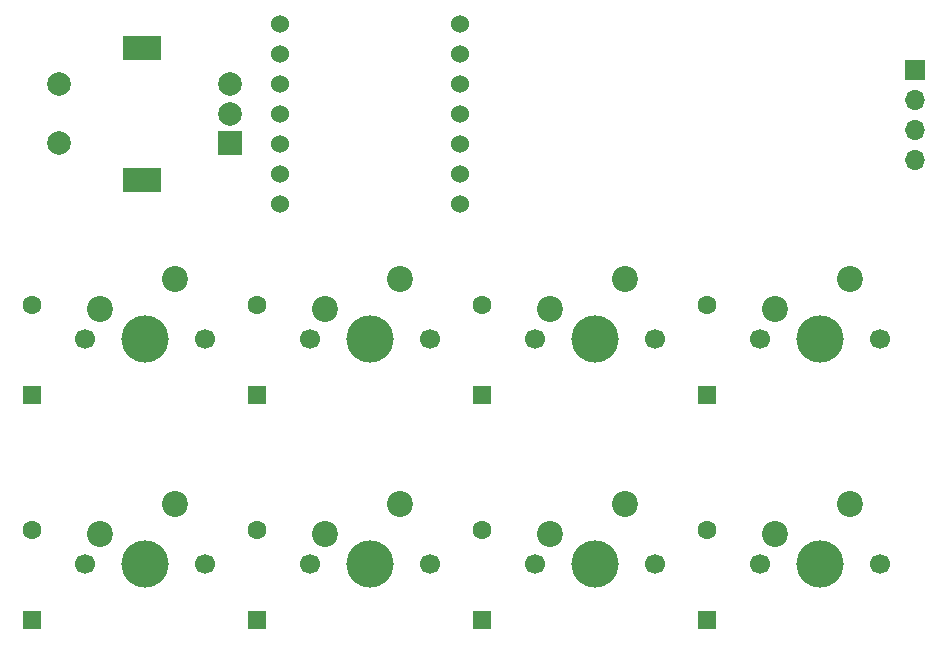
<source format=gts>
G04 #@! TF.GenerationSoftware,KiCad,Pcbnew,9.0.2*
G04 #@! TF.CreationDate,2025-06-09T08:41:51+05:30*
G04 #@! TF.ProjectId,DevBuddy,44657642-7564-4647-992e-6b696361645f,rev?*
G04 #@! TF.SameCoordinates,Original*
G04 #@! TF.FileFunction,Soldermask,Top*
G04 #@! TF.FilePolarity,Negative*
%FSLAX46Y46*%
G04 Gerber Fmt 4.6, Leading zero omitted, Abs format (unit mm)*
G04 Created by KiCad (PCBNEW 9.0.2) date 2025-06-09 08:41:51*
%MOMM*%
%LPD*%
G01*
G04 APERTURE LIST*
G04 Aperture macros list*
%AMRoundRect*
0 Rectangle with rounded corners*
0 $1 Rounding radius*
0 $2 $3 $4 $5 $6 $7 $8 $9 X,Y pos of 4 corners*
0 Add a 4 corners polygon primitive as box body*
4,1,4,$2,$3,$4,$5,$6,$7,$8,$9,$2,$3,0*
0 Add four circle primitives for the rounded corners*
1,1,$1+$1,$2,$3*
1,1,$1+$1,$4,$5*
1,1,$1+$1,$6,$7*
1,1,$1+$1,$8,$9*
0 Add four rect primitives between the rounded corners*
20,1,$1+$1,$2,$3,$4,$5,0*
20,1,$1+$1,$4,$5,$6,$7,0*
20,1,$1+$1,$6,$7,$8,$9,0*
20,1,$1+$1,$8,$9,$2,$3,0*%
G04 Aperture macros list end*
%ADD10C,1.524000*%
%ADD11R,1.700000X1.700000*%
%ADD12O,1.700000X1.700000*%
%ADD13C,2.000000*%
%ADD14R,3.200000X2.000000*%
%ADD15R,2.000000X2.000000*%
%ADD16C,2.200000*%
%ADD17C,1.700000*%
%ADD18C,4.000000*%
%ADD19C,1.600000*%
%ADD20RoundRect,0.250000X0.550000X-0.550000X0.550000X0.550000X-0.550000X0.550000X-0.550000X-0.550000X0*%
G04 APERTURE END LIST*
D10*
G04 #@! TO.C,U1*
X129063750Y-80486250D03*
X129063750Y-83026250D03*
X129063750Y-85566250D03*
X129063750Y-88106250D03*
X129063750Y-90646250D03*
X129063750Y-93186250D03*
X129063750Y-95726250D03*
X113823750Y-95726250D03*
X113823750Y-93186250D03*
X113823750Y-90646250D03*
X113823750Y-88106250D03*
X113823750Y-85566250D03*
X113823750Y-83026250D03*
X113823750Y-80486250D03*
G04 #@! TD*
D11*
G04 #@! TO.C,J1*
X167633750Y-84411250D03*
D12*
X167633750Y-86951250D03*
X167633750Y-89491250D03*
X167633750Y-92031250D03*
G04 #@! TD*
D13*
G04 #@! TO.C,SW15*
X95143750Y-85606250D03*
X95143750Y-90606250D03*
D14*
X102143750Y-82506250D03*
X102143750Y-93706250D03*
D13*
X109643750Y-85606250D03*
X109643750Y-88106250D03*
D15*
X109643750Y-90606250D03*
G04 #@! TD*
D16*
G04 #@! TO.C,SW7*
X136683750Y-123666250D03*
X143033750Y-121126250D03*
D17*
X145573750Y-126206250D03*
D18*
X140493750Y-126206250D03*
D17*
X135413750Y-126206250D03*
G04 #@! TD*
D19*
G04 #@! TO.C,D5*
X92868750Y-123348750D03*
D20*
X92868750Y-130968750D03*
G04 #@! TD*
D19*
G04 #@! TO.C,D6*
X111918750Y-123348750D03*
D20*
X111918750Y-130968750D03*
G04 #@! TD*
D19*
G04 #@! TO.C,D4*
X150018750Y-104298750D03*
D20*
X150018750Y-111918750D03*
G04 #@! TD*
D19*
G04 #@! TO.C,D8*
X150018750Y-123348750D03*
D20*
X150018750Y-130968750D03*
G04 #@! TD*
D19*
G04 #@! TO.C,D7*
X130968750Y-123348750D03*
D20*
X130968750Y-130968750D03*
G04 #@! TD*
D16*
G04 #@! TO.C,SW1*
X98583750Y-104616250D03*
X104933750Y-102076250D03*
D17*
X107473750Y-107156250D03*
D18*
X102393750Y-107156250D03*
D17*
X97313750Y-107156250D03*
G04 #@! TD*
G04 #@! TO.C,SW8*
X154463750Y-126206250D03*
D18*
X159543750Y-126206250D03*
D17*
X164623750Y-126206250D03*
D16*
X162083750Y-121126250D03*
X155733750Y-123666250D03*
G04 #@! TD*
D17*
G04 #@! TO.C,SW6*
X116363750Y-126206250D03*
D18*
X121443750Y-126206250D03*
D17*
X126523750Y-126206250D03*
D16*
X123983750Y-121126250D03*
X117633750Y-123666250D03*
G04 #@! TD*
D17*
G04 #@! TO.C,SW5*
X97313750Y-126206250D03*
D18*
X102393750Y-126206250D03*
D17*
X107473750Y-126206250D03*
D16*
X104933750Y-121126250D03*
X98583750Y-123666250D03*
G04 #@! TD*
D17*
G04 #@! TO.C,SW4*
X154463750Y-107156250D03*
D18*
X159543750Y-107156250D03*
D17*
X164623750Y-107156250D03*
D16*
X162083750Y-102076250D03*
X155733750Y-104616250D03*
G04 #@! TD*
D17*
G04 #@! TO.C,SW3*
X135413750Y-107156250D03*
D18*
X140493750Y-107156250D03*
D17*
X145573750Y-107156250D03*
D16*
X143033750Y-102076250D03*
X136683750Y-104616250D03*
G04 #@! TD*
D17*
G04 #@! TO.C,SW2*
X116363750Y-107156250D03*
D18*
X121443750Y-107156250D03*
D17*
X126523750Y-107156250D03*
D16*
X123983750Y-102076250D03*
X117633750Y-104616250D03*
G04 #@! TD*
D20*
G04 #@! TO.C,D3*
X130968750Y-111918750D03*
D19*
X130968750Y-104298750D03*
G04 #@! TD*
D20*
G04 #@! TO.C,D2*
X111918750Y-111918750D03*
D19*
X111918750Y-104298750D03*
G04 #@! TD*
D20*
G04 #@! TO.C,D1*
X92868750Y-111918750D03*
D19*
X92868750Y-104298750D03*
G04 #@! TD*
M02*

</source>
